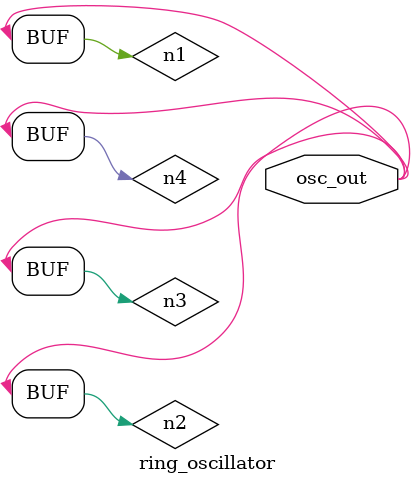
<source format=v>
module ring_oscillator #(
    parameter delay = 10.4167)(
    output wire osc_out
);
    reg n1, n2, n3, n4;
    
    initial begin
        n1 = 0;
    end

    always @(n1) begin
        #delay n2 = ~n1;
    end

    always @(n2) begin
        #delay n3 = ~n2;
    end

    always @(n3) begin
        #delay n4 = ~n3;
    end

    always @(n4) begin
        n1 = n4;
    end

    assign osc_out = n4;
endmodule

</source>
